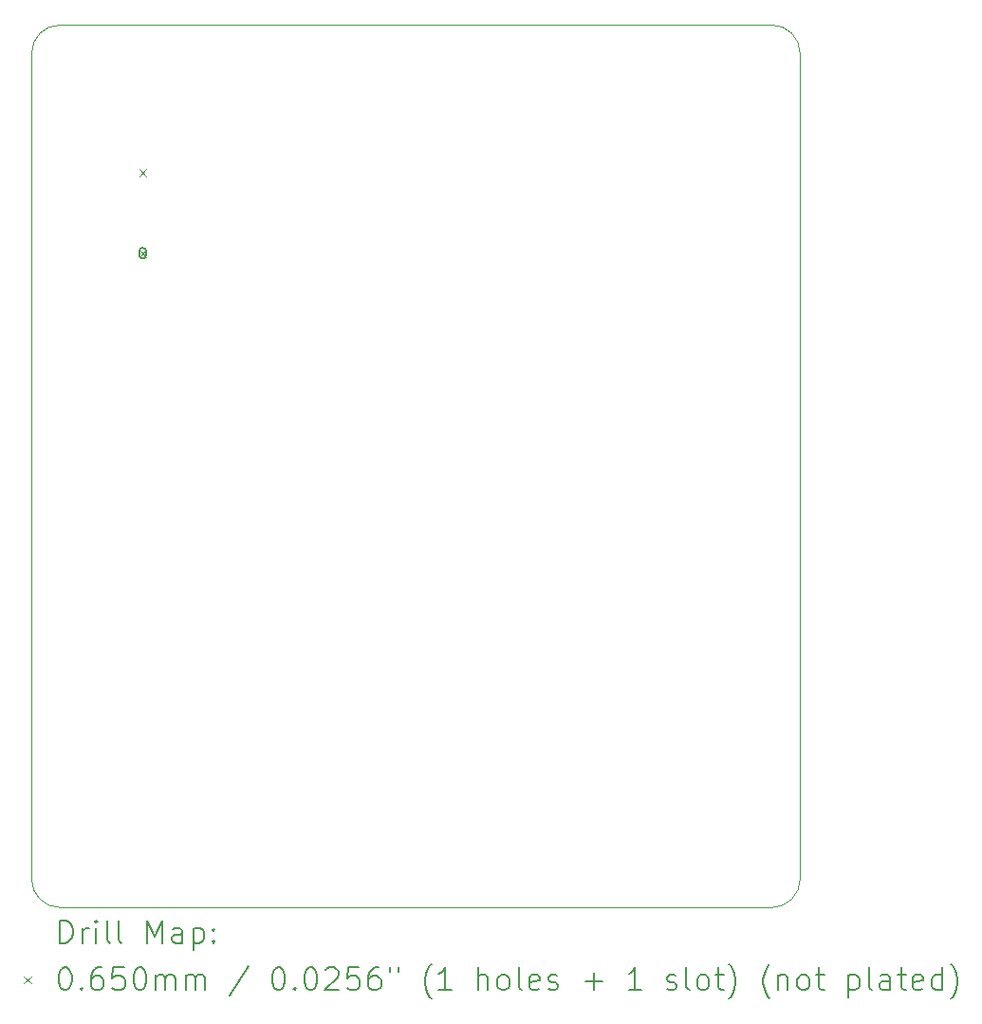
<source format=gbr>
%TF.GenerationSoftware,KiCad,Pcbnew,(6.0.7)*%
%TF.CreationDate,2022-11-10T22:18:01-08:00*%
%TF.ProjectId,Gimbal,47696d62-616c-42e6-9b69-6361645f7063,rev?*%
%TF.SameCoordinates,Original*%
%TF.FileFunction,Drillmap*%
%TF.FilePolarity,Positive*%
%FSLAX45Y45*%
G04 Gerber Fmt 4.5, Leading zero omitted, Abs format (unit mm)*
G04 Created by KiCad (PCBNEW (6.0.7)) date 2022-11-10 22:18:01*
%MOMM*%
%LPD*%
G01*
G04 APERTURE LIST*
%ADD10C,0.100000*%
%ADD11C,0.200000*%
%ADD12C,0.065000*%
G04 APERTURE END LIST*
D10*
X11684000Y-12446000D02*
X18034000Y-12446000D01*
X11430000Y-12192000D02*
X11430000Y-4826000D01*
X11684000Y-4572000D02*
G75*
G03*
X11430000Y-4826000I0J-254000D01*
G01*
X11430000Y-12192000D02*
G75*
G03*
X11684000Y-12446000I254000J0D01*
G01*
X18288000Y-12192000D02*
X18288000Y-4826000D01*
X18288000Y-4826000D02*
G75*
G03*
X18034000Y-4572000I-254000J0D01*
G01*
X18034000Y-4572000D02*
X11684000Y-4572000D01*
X18034000Y-12446000D02*
G75*
G03*
X18288000Y-12192000I0J254000D01*
G01*
D11*
D12*
X12388500Y-5855900D02*
X12453500Y-5920900D01*
X12453500Y-5855900D02*
X12388500Y-5920900D01*
X12388500Y-6575900D02*
X12453500Y-6640900D01*
X12453500Y-6575900D02*
X12388500Y-6640900D01*
D11*
X12388500Y-6593400D02*
X12388500Y-6623400D01*
X12453500Y-6593400D02*
X12453500Y-6623400D01*
X12388500Y-6623400D02*
G75*
G03*
X12453500Y-6623400I32500J0D01*
G01*
X12453500Y-6593400D02*
G75*
G03*
X12388500Y-6593400I-32500J0D01*
G01*
X11682619Y-12761476D02*
X11682619Y-12561476D01*
X11730238Y-12561476D01*
X11758809Y-12571000D01*
X11777857Y-12590048D01*
X11787381Y-12609095D01*
X11796905Y-12647190D01*
X11796905Y-12675762D01*
X11787381Y-12713857D01*
X11777857Y-12732905D01*
X11758809Y-12751952D01*
X11730238Y-12761476D01*
X11682619Y-12761476D01*
X11882619Y-12761476D02*
X11882619Y-12628143D01*
X11882619Y-12666238D02*
X11892143Y-12647190D01*
X11901667Y-12637667D01*
X11920714Y-12628143D01*
X11939762Y-12628143D01*
X12006428Y-12761476D02*
X12006428Y-12628143D01*
X12006428Y-12561476D02*
X11996905Y-12571000D01*
X12006428Y-12580524D01*
X12015952Y-12571000D01*
X12006428Y-12561476D01*
X12006428Y-12580524D01*
X12130238Y-12761476D02*
X12111190Y-12751952D01*
X12101667Y-12732905D01*
X12101667Y-12561476D01*
X12235000Y-12761476D02*
X12215952Y-12751952D01*
X12206428Y-12732905D01*
X12206428Y-12561476D01*
X12463571Y-12761476D02*
X12463571Y-12561476D01*
X12530238Y-12704333D01*
X12596905Y-12561476D01*
X12596905Y-12761476D01*
X12777857Y-12761476D02*
X12777857Y-12656714D01*
X12768333Y-12637667D01*
X12749286Y-12628143D01*
X12711190Y-12628143D01*
X12692143Y-12637667D01*
X12777857Y-12751952D02*
X12758809Y-12761476D01*
X12711190Y-12761476D01*
X12692143Y-12751952D01*
X12682619Y-12732905D01*
X12682619Y-12713857D01*
X12692143Y-12694809D01*
X12711190Y-12685286D01*
X12758809Y-12685286D01*
X12777857Y-12675762D01*
X12873095Y-12628143D02*
X12873095Y-12828143D01*
X12873095Y-12637667D02*
X12892143Y-12628143D01*
X12930238Y-12628143D01*
X12949286Y-12637667D01*
X12958809Y-12647190D01*
X12968333Y-12666238D01*
X12968333Y-12723381D01*
X12958809Y-12742428D01*
X12949286Y-12751952D01*
X12930238Y-12761476D01*
X12892143Y-12761476D01*
X12873095Y-12751952D01*
X13054048Y-12742428D02*
X13063571Y-12751952D01*
X13054048Y-12761476D01*
X13044524Y-12751952D01*
X13054048Y-12742428D01*
X13054048Y-12761476D01*
X13054048Y-12637667D02*
X13063571Y-12647190D01*
X13054048Y-12656714D01*
X13044524Y-12647190D01*
X13054048Y-12637667D01*
X13054048Y-12656714D01*
D12*
X11360000Y-13058500D02*
X11425000Y-13123500D01*
X11425000Y-13058500D02*
X11360000Y-13123500D01*
D11*
X11720714Y-12981476D02*
X11739762Y-12981476D01*
X11758809Y-12991000D01*
X11768333Y-13000524D01*
X11777857Y-13019571D01*
X11787381Y-13057667D01*
X11787381Y-13105286D01*
X11777857Y-13143381D01*
X11768333Y-13162428D01*
X11758809Y-13171952D01*
X11739762Y-13181476D01*
X11720714Y-13181476D01*
X11701667Y-13171952D01*
X11692143Y-13162428D01*
X11682619Y-13143381D01*
X11673095Y-13105286D01*
X11673095Y-13057667D01*
X11682619Y-13019571D01*
X11692143Y-13000524D01*
X11701667Y-12991000D01*
X11720714Y-12981476D01*
X11873095Y-13162428D02*
X11882619Y-13171952D01*
X11873095Y-13181476D01*
X11863571Y-13171952D01*
X11873095Y-13162428D01*
X11873095Y-13181476D01*
X12054048Y-12981476D02*
X12015952Y-12981476D01*
X11996905Y-12991000D01*
X11987381Y-13000524D01*
X11968333Y-13029095D01*
X11958809Y-13067190D01*
X11958809Y-13143381D01*
X11968333Y-13162428D01*
X11977857Y-13171952D01*
X11996905Y-13181476D01*
X12035000Y-13181476D01*
X12054048Y-13171952D01*
X12063571Y-13162428D01*
X12073095Y-13143381D01*
X12073095Y-13095762D01*
X12063571Y-13076714D01*
X12054048Y-13067190D01*
X12035000Y-13057667D01*
X11996905Y-13057667D01*
X11977857Y-13067190D01*
X11968333Y-13076714D01*
X11958809Y-13095762D01*
X12254048Y-12981476D02*
X12158809Y-12981476D01*
X12149286Y-13076714D01*
X12158809Y-13067190D01*
X12177857Y-13057667D01*
X12225476Y-13057667D01*
X12244524Y-13067190D01*
X12254048Y-13076714D01*
X12263571Y-13095762D01*
X12263571Y-13143381D01*
X12254048Y-13162428D01*
X12244524Y-13171952D01*
X12225476Y-13181476D01*
X12177857Y-13181476D01*
X12158809Y-13171952D01*
X12149286Y-13162428D01*
X12387381Y-12981476D02*
X12406428Y-12981476D01*
X12425476Y-12991000D01*
X12435000Y-13000524D01*
X12444524Y-13019571D01*
X12454048Y-13057667D01*
X12454048Y-13105286D01*
X12444524Y-13143381D01*
X12435000Y-13162428D01*
X12425476Y-13171952D01*
X12406428Y-13181476D01*
X12387381Y-13181476D01*
X12368333Y-13171952D01*
X12358809Y-13162428D01*
X12349286Y-13143381D01*
X12339762Y-13105286D01*
X12339762Y-13057667D01*
X12349286Y-13019571D01*
X12358809Y-13000524D01*
X12368333Y-12991000D01*
X12387381Y-12981476D01*
X12539762Y-13181476D02*
X12539762Y-13048143D01*
X12539762Y-13067190D02*
X12549286Y-13057667D01*
X12568333Y-13048143D01*
X12596905Y-13048143D01*
X12615952Y-13057667D01*
X12625476Y-13076714D01*
X12625476Y-13181476D01*
X12625476Y-13076714D02*
X12635000Y-13057667D01*
X12654048Y-13048143D01*
X12682619Y-13048143D01*
X12701667Y-13057667D01*
X12711190Y-13076714D01*
X12711190Y-13181476D01*
X12806428Y-13181476D02*
X12806428Y-13048143D01*
X12806428Y-13067190D02*
X12815952Y-13057667D01*
X12835000Y-13048143D01*
X12863571Y-13048143D01*
X12882619Y-13057667D01*
X12892143Y-13076714D01*
X12892143Y-13181476D01*
X12892143Y-13076714D02*
X12901667Y-13057667D01*
X12920714Y-13048143D01*
X12949286Y-13048143D01*
X12968333Y-13057667D01*
X12977857Y-13076714D01*
X12977857Y-13181476D01*
X13368333Y-12971952D02*
X13196905Y-13229095D01*
X13625476Y-12981476D02*
X13644524Y-12981476D01*
X13663571Y-12991000D01*
X13673095Y-13000524D01*
X13682619Y-13019571D01*
X13692143Y-13057667D01*
X13692143Y-13105286D01*
X13682619Y-13143381D01*
X13673095Y-13162428D01*
X13663571Y-13171952D01*
X13644524Y-13181476D01*
X13625476Y-13181476D01*
X13606428Y-13171952D01*
X13596905Y-13162428D01*
X13587381Y-13143381D01*
X13577857Y-13105286D01*
X13577857Y-13057667D01*
X13587381Y-13019571D01*
X13596905Y-13000524D01*
X13606428Y-12991000D01*
X13625476Y-12981476D01*
X13777857Y-13162428D02*
X13787381Y-13171952D01*
X13777857Y-13181476D01*
X13768333Y-13171952D01*
X13777857Y-13162428D01*
X13777857Y-13181476D01*
X13911190Y-12981476D02*
X13930238Y-12981476D01*
X13949286Y-12991000D01*
X13958809Y-13000524D01*
X13968333Y-13019571D01*
X13977857Y-13057667D01*
X13977857Y-13105286D01*
X13968333Y-13143381D01*
X13958809Y-13162428D01*
X13949286Y-13171952D01*
X13930238Y-13181476D01*
X13911190Y-13181476D01*
X13892143Y-13171952D01*
X13882619Y-13162428D01*
X13873095Y-13143381D01*
X13863571Y-13105286D01*
X13863571Y-13057667D01*
X13873095Y-13019571D01*
X13882619Y-13000524D01*
X13892143Y-12991000D01*
X13911190Y-12981476D01*
X14054048Y-13000524D02*
X14063571Y-12991000D01*
X14082619Y-12981476D01*
X14130238Y-12981476D01*
X14149286Y-12991000D01*
X14158809Y-13000524D01*
X14168333Y-13019571D01*
X14168333Y-13038619D01*
X14158809Y-13067190D01*
X14044524Y-13181476D01*
X14168333Y-13181476D01*
X14349286Y-12981476D02*
X14254048Y-12981476D01*
X14244524Y-13076714D01*
X14254048Y-13067190D01*
X14273095Y-13057667D01*
X14320714Y-13057667D01*
X14339762Y-13067190D01*
X14349286Y-13076714D01*
X14358809Y-13095762D01*
X14358809Y-13143381D01*
X14349286Y-13162428D01*
X14339762Y-13171952D01*
X14320714Y-13181476D01*
X14273095Y-13181476D01*
X14254048Y-13171952D01*
X14244524Y-13162428D01*
X14530238Y-12981476D02*
X14492143Y-12981476D01*
X14473095Y-12991000D01*
X14463571Y-13000524D01*
X14444524Y-13029095D01*
X14435000Y-13067190D01*
X14435000Y-13143381D01*
X14444524Y-13162428D01*
X14454048Y-13171952D01*
X14473095Y-13181476D01*
X14511190Y-13181476D01*
X14530238Y-13171952D01*
X14539762Y-13162428D01*
X14549286Y-13143381D01*
X14549286Y-13095762D01*
X14539762Y-13076714D01*
X14530238Y-13067190D01*
X14511190Y-13057667D01*
X14473095Y-13057667D01*
X14454048Y-13067190D01*
X14444524Y-13076714D01*
X14435000Y-13095762D01*
X14625476Y-12981476D02*
X14625476Y-13019571D01*
X14701667Y-12981476D02*
X14701667Y-13019571D01*
X14996905Y-13257667D02*
X14987381Y-13248143D01*
X14968333Y-13219571D01*
X14958809Y-13200524D01*
X14949286Y-13171952D01*
X14939762Y-13124333D01*
X14939762Y-13086238D01*
X14949286Y-13038619D01*
X14958809Y-13010048D01*
X14968333Y-12991000D01*
X14987381Y-12962428D01*
X14996905Y-12952905D01*
X15177857Y-13181476D02*
X15063571Y-13181476D01*
X15120714Y-13181476D02*
X15120714Y-12981476D01*
X15101667Y-13010048D01*
X15082619Y-13029095D01*
X15063571Y-13038619D01*
X15415952Y-13181476D02*
X15415952Y-12981476D01*
X15501667Y-13181476D02*
X15501667Y-13076714D01*
X15492143Y-13057667D01*
X15473095Y-13048143D01*
X15444524Y-13048143D01*
X15425476Y-13057667D01*
X15415952Y-13067190D01*
X15625476Y-13181476D02*
X15606428Y-13171952D01*
X15596905Y-13162428D01*
X15587381Y-13143381D01*
X15587381Y-13086238D01*
X15596905Y-13067190D01*
X15606428Y-13057667D01*
X15625476Y-13048143D01*
X15654048Y-13048143D01*
X15673095Y-13057667D01*
X15682619Y-13067190D01*
X15692143Y-13086238D01*
X15692143Y-13143381D01*
X15682619Y-13162428D01*
X15673095Y-13171952D01*
X15654048Y-13181476D01*
X15625476Y-13181476D01*
X15806428Y-13181476D02*
X15787381Y-13171952D01*
X15777857Y-13152905D01*
X15777857Y-12981476D01*
X15958809Y-13171952D02*
X15939762Y-13181476D01*
X15901667Y-13181476D01*
X15882619Y-13171952D01*
X15873095Y-13152905D01*
X15873095Y-13076714D01*
X15882619Y-13057667D01*
X15901667Y-13048143D01*
X15939762Y-13048143D01*
X15958809Y-13057667D01*
X15968333Y-13076714D01*
X15968333Y-13095762D01*
X15873095Y-13114809D01*
X16044524Y-13171952D02*
X16063571Y-13181476D01*
X16101667Y-13181476D01*
X16120714Y-13171952D01*
X16130238Y-13152905D01*
X16130238Y-13143381D01*
X16120714Y-13124333D01*
X16101667Y-13114809D01*
X16073095Y-13114809D01*
X16054048Y-13105286D01*
X16044524Y-13086238D01*
X16044524Y-13076714D01*
X16054048Y-13057667D01*
X16073095Y-13048143D01*
X16101667Y-13048143D01*
X16120714Y-13057667D01*
X16368333Y-13105286D02*
X16520714Y-13105286D01*
X16444524Y-13181476D02*
X16444524Y-13029095D01*
X16873095Y-13181476D02*
X16758809Y-13181476D01*
X16815952Y-13181476D02*
X16815952Y-12981476D01*
X16796905Y-13010048D01*
X16777857Y-13029095D01*
X16758809Y-13038619D01*
X17101667Y-13171952D02*
X17120714Y-13181476D01*
X17158810Y-13181476D01*
X17177857Y-13171952D01*
X17187381Y-13152905D01*
X17187381Y-13143381D01*
X17177857Y-13124333D01*
X17158810Y-13114809D01*
X17130238Y-13114809D01*
X17111190Y-13105286D01*
X17101667Y-13086238D01*
X17101667Y-13076714D01*
X17111190Y-13057667D01*
X17130238Y-13048143D01*
X17158810Y-13048143D01*
X17177857Y-13057667D01*
X17301667Y-13181476D02*
X17282619Y-13171952D01*
X17273095Y-13152905D01*
X17273095Y-12981476D01*
X17406429Y-13181476D02*
X17387381Y-13171952D01*
X17377857Y-13162428D01*
X17368333Y-13143381D01*
X17368333Y-13086238D01*
X17377857Y-13067190D01*
X17387381Y-13057667D01*
X17406429Y-13048143D01*
X17435000Y-13048143D01*
X17454048Y-13057667D01*
X17463571Y-13067190D01*
X17473095Y-13086238D01*
X17473095Y-13143381D01*
X17463571Y-13162428D01*
X17454048Y-13171952D01*
X17435000Y-13181476D01*
X17406429Y-13181476D01*
X17530238Y-13048143D02*
X17606429Y-13048143D01*
X17558810Y-12981476D02*
X17558810Y-13152905D01*
X17568333Y-13171952D01*
X17587381Y-13181476D01*
X17606429Y-13181476D01*
X17654048Y-13257667D02*
X17663571Y-13248143D01*
X17682619Y-13219571D01*
X17692143Y-13200524D01*
X17701667Y-13171952D01*
X17711190Y-13124333D01*
X17711190Y-13086238D01*
X17701667Y-13038619D01*
X17692143Y-13010048D01*
X17682619Y-12991000D01*
X17663571Y-12962428D01*
X17654048Y-12952905D01*
X18015952Y-13257667D02*
X18006429Y-13248143D01*
X17987381Y-13219571D01*
X17977857Y-13200524D01*
X17968333Y-13171952D01*
X17958810Y-13124333D01*
X17958810Y-13086238D01*
X17968333Y-13038619D01*
X17977857Y-13010048D01*
X17987381Y-12991000D01*
X18006429Y-12962428D01*
X18015952Y-12952905D01*
X18092143Y-13048143D02*
X18092143Y-13181476D01*
X18092143Y-13067190D02*
X18101667Y-13057667D01*
X18120714Y-13048143D01*
X18149286Y-13048143D01*
X18168333Y-13057667D01*
X18177857Y-13076714D01*
X18177857Y-13181476D01*
X18301667Y-13181476D02*
X18282619Y-13171952D01*
X18273095Y-13162428D01*
X18263571Y-13143381D01*
X18263571Y-13086238D01*
X18273095Y-13067190D01*
X18282619Y-13057667D01*
X18301667Y-13048143D01*
X18330238Y-13048143D01*
X18349286Y-13057667D01*
X18358810Y-13067190D01*
X18368333Y-13086238D01*
X18368333Y-13143381D01*
X18358810Y-13162428D01*
X18349286Y-13171952D01*
X18330238Y-13181476D01*
X18301667Y-13181476D01*
X18425476Y-13048143D02*
X18501667Y-13048143D01*
X18454048Y-12981476D02*
X18454048Y-13152905D01*
X18463571Y-13171952D01*
X18482619Y-13181476D01*
X18501667Y-13181476D01*
X18720714Y-13048143D02*
X18720714Y-13248143D01*
X18720714Y-13057667D02*
X18739762Y-13048143D01*
X18777857Y-13048143D01*
X18796905Y-13057667D01*
X18806429Y-13067190D01*
X18815952Y-13086238D01*
X18815952Y-13143381D01*
X18806429Y-13162428D01*
X18796905Y-13171952D01*
X18777857Y-13181476D01*
X18739762Y-13181476D01*
X18720714Y-13171952D01*
X18930238Y-13181476D02*
X18911190Y-13171952D01*
X18901667Y-13152905D01*
X18901667Y-12981476D01*
X19092143Y-13181476D02*
X19092143Y-13076714D01*
X19082619Y-13057667D01*
X19063571Y-13048143D01*
X19025476Y-13048143D01*
X19006429Y-13057667D01*
X19092143Y-13171952D02*
X19073095Y-13181476D01*
X19025476Y-13181476D01*
X19006429Y-13171952D01*
X18996905Y-13152905D01*
X18996905Y-13133857D01*
X19006429Y-13114809D01*
X19025476Y-13105286D01*
X19073095Y-13105286D01*
X19092143Y-13095762D01*
X19158810Y-13048143D02*
X19235000Y-13048143D01*
X19187381Y-12981476D02*
X19187381Y-13152905D01*
X19196905Y-13171952D01*
X19215952Y-13181476D01*
X19235000Y-13181476D01*
X19377857Y-13171952D02*
X19358810Y-13181476D01*
X19320714Y-13181476D01*
X19301667Y-13171952D01*
X19292143Y-13152905D01*
X19292143Y-13076714D01*
X19301667Y-13057667D01*
X19320714Y-13048143D01*
X19358810Y-13048143D01*
X19377857Y-13057667D01*
X19387381Y-13076714D01*
X19387381Y-13095762D01*
X19292143Y-13114809D01*
X19558810Y-13181476D02*
X19558810Y-12981476D01*
X19558810Y-13171952D02*
X19539762Y-13181476D01*
X19501667Y-13181476D01*
X19482619Y-13171952D01*
X19473095Y-13162428D01*
X19463571Y-13143381D01*
X19463571Y-13086238D01*
X19473095Y-13067190D01*
X19482619Y-13057667D01*
X19501667Y-13048143D01*
X19539762Y-13048143D01*
X19558810Y-13057667D01*
X19635000Y-13257667D02*
X19644524Y-13248143D01*
X19663571Y-13219571D01*
X19673095Y-13200524D01*
X19682619Y-13171952D01*
X19692143Y-13124333D01*
X19692143Y-13086238D01*
X19682619Y-13038619D01*
X19673095Y-13010048D01*
X19663571Y-12991000D01*
X19644524Y-12962428D01*
X19635000Y-12952905D01*
M02*

</source>
